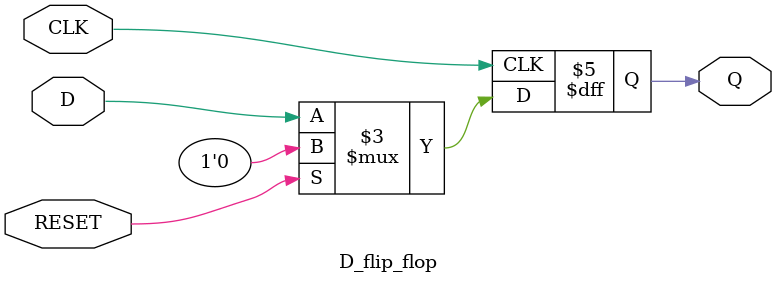
<source format=v>
module D_flip_flop (D, RESET, CLK, Q);
    // D flip-flop with synchronous reset
    input D, RESET, CLK;
    output reg Q;   

    always @(posedge CLK) 
        if(RESET) Q <= 1'b0;
        else Q <= D;
endmodule

</source>
